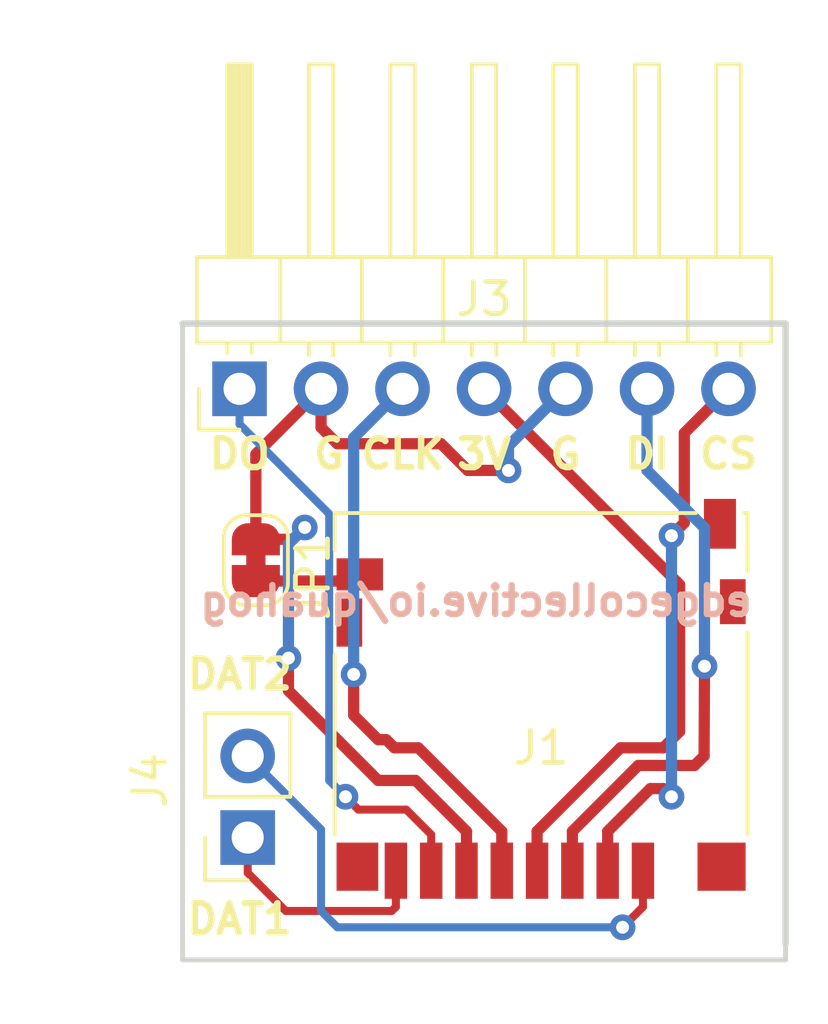
<source format=kicad_pcb>
(kicad_pcb (version 20171130) (host pcbnew 5.0.2-bee76a0~70~ubuntu18.04.1)

  (general
    (thickness 1.6)
    (drawings 16)
    (tracks 84)
    (zones 0)
    (modules 4)
    (nets 10)
  )

  (page A4)
  (layers
    (0 F.Cu signal)
    (31 B.Cu signal)
    (32 B.Adhes user)
    (33 F.Adhes user)
    (34 B.Paste user)
    (35 F.Paste user)
    (36 B.SilkS user)
    (37 F.SilkS user)
    (38 B.Mask user)
    (39 F.Mask user)
    (40 Dwgs.User user)
    (41 Cmts.User user)
    (42 Eco1.User user)
    (43 Eco2.User user)
    (44 Edge.Cuts user)
    (45 Margin user)
    (46 B.CrtYd user)
    (47 F.CrtYd user)
    (48 B.Fab user)
    (49 F.Fab user)
  )

  (setup
    (last_trace_width 0.35)
    (user_trace_width 0.35)
    (trace_clearance 0.2)
    (zone_clearance 0.508)
    (zone_45_only no)
    (trace_min 0.2)
    (segment_width 0.2)
    (edge_width 0.15)
    (via_size 0.8)
    (via_drill 0.4)
    (via_min_size 0.4)
    (via_min_drill 0.3)
    (uvia_size 0.3)
    (uvia_drill 0.1)
    (uvias_allowed no)
    (uvia_min_size 0.2)
    (uvia_min_drill 0.1)
    (pcb_text_width 0.3)
    (pcb_text_size 1.5 1.5)
    (mod_edge_width 0.15)
    (mod_text_size 1 1)
    (mod_text_width 0.15)
    (pad_size 1.524 1.524)
    (pad_drill 0.762)
    (pad_to_mask_clearance 0.051)
    (solder_mask_min_width 0.25)
    (aux_axis_origin 0 0)
    (visible_elements FFFFFF7F)
    (pcbplotparams
      (layerselection 0x010fc_ffffffff)
      (usegerberextensions false)
      (usegerberattributes false)
      (usegerberadvancedattributes false)
      (creategerberjobfile false)
      (excludeedgelayer true)
      (linewidth 0.100000)
      (plotframeref false)
      (viasonmask false)
      (mode 1)
      (useauxorigin false)
      (hpglpennumber 1)
      (hpglpenspeed 20)
      (hpglpendiameter 15.000000)
      (psnegative false)
      (psa4output false)
      (plotreference true)
      (plotvalue true)
      (plotinvisibletext false)
      (padsonsilk false)
      (subtractmaskfromsilk false)
      (outputformat 1)
      (mirror false)
      (drillshape 1)
      (scaleselection 1)
      (outputdirectory ""))
  )

  (net 0 "")
  (net 1 "Net-(J1-Pad8)")
  (net 2 "Net-(J1-Pad9)")
  (net 3 "Net-(J1-Pad7)")
  (net 4 GND)
  (net 5 "Net-(J1-Pad5)")
  (net 6 "Net-(J1-Pad3)")
  (net 7 "Net-(J1-Pad2)")
  (net 8 "Net-(J1-Pad1)")
  (net 9 +3V3)

  (net_class Default "This is the default net class."
    (clearance 0.2)
    (trace_width 0.25)
    (via_dia 0.8)
    (via_drill 0.4)
    (uvia_dia 0.3)
    (uvia_drill 0.1)
    (add_net +3V3)
    (add_net GND)
    (add_net "Net-(J1-Pad1)")
    (add_net "Net-(J1-Pad2)")
    (add_net "Net-(J1-Pad3)")
    (add_net "Net-(J1-Pad5)")
    (add_net "Net-(J1-Pad7)")
    (add_net "Net-(J1-Pad8)")
    (add_net "Net-(J1-Pad9)")
  )

  (module Connector_PinHeader_2.54mm:PinHeader_1x07_P2.54mm_Horizontal (layer F.Cu) (tedit 59FED5CB) (tstamp 5CF4E539)
    (at 136.144 59.69 90)
    (descr "Through hole angled pin header, 1x07, 2.54mm pitch, 6mm pin length, single row")
    (tags "Through hole angled pin header THT 1x07 2.54mm single row")
    (path /5CE81C5D)
    (fp_text reference J3 (at 2.794 7.62) (layer F.SilkS)
      (effects (font (size 1 1) (thickness 0.15)))
    )
    (fp_text value Conn_01x07_Female (at 4.385 17.51 90) (layer F.Fab)
      (effects (font (size 1 1) (thickness 0.15)))
    )
    (fp_line (start 2.135 -1.27) (end 4.04 -1.27) (layer F.Fab) (width 0.1))
    (fp_line (start 4.04 -1.27) (end 4.04 16.51) (layer F.Fab) (width 0.1))
    (fp_line (start 4.04 16.51) (end 1.5 16.51) (layer F.Fab) (width 0.1))
    (fp_line (start 1.5 16.51) (end 1.5 -0.635) (layer F.Fab) (width 0.1))
    (fp_line (start 1.5 -0.635) (end 2.135 -1.27) (layer F.Fab) (width 0.1))
    (fp_line (start -0.32 -0.32) (end 1.5 -0.32) (layer F.Fab) (width 0.1))
    (fp_line (start -0.32 -0.32) (end -0.32 0.32) (layer F.Fab) (width 0.1))
    (fp_line (start -0.32 0.32) (end 1.5 0.32) (layer F.Fab) (width 0.1))
    (fp_line (start 4.04 -0.32) (end 10.04 -0.32) (layer F.Fab) (width 0.1))
    (fp_line (start 10.04 -0.32) (end 10.04 0.32) (layer F.Fab) (width 0.1))
    (fp_line (start 4.04 0.32) (end 10.04 0.32) (layer F.Fab) (width 0.1))
    (fp_line (start -0.32 2.22) (end 1.5 2.22) (layer F.Fab) (width 0.1))
    (fp_line (start -0.32 2.22) (end -0.32 2.86) (layer F.Fab) (width 0.1))
    (fp_line (start -0.32 2.86) (end 1.5 2.86) (layer F.Fab) (width 0.1))
    (fp_line (start 4.04 2.22) (end 10.04 2.22) (layer F.Fab) (width 0.1))
    (fp_line (start 10.04 2.22) (end 10.04 2.86) (layer F.Fab) (width 0.1))
    (fp_line (start 4.04 2.86) (end 10.04 2.86) (layer F.Fab) (width 0.1))
    (fp_line (start -0.32 4.76) (end 1.5 4.76) (layer F.Fab) (width 0.1))
    (fp_line (start -0.32 4.76) (end -0.32 5.4) (layer F.Fab) (width 0.1))
    (fp_line (start -0.32 5.4) (end 1.5 5.4) (layer F.Fab) (width 0.1))
    (fp_line (start 4.04 4.76) (end 10.04 4.76) (layer F.Fab) (width 0.1))
    (fp_line (start 10.04 4.76) (end 10.04 5.4) (layer F.Fab) (width 0.1))
    (fp_line (start 4.04 5.4) (end 10.04 5.4) (layer F.Fab) (width 0.1))
    (fp_line (start -0.32 7.3) (end 1.5 7.3) (layer F.Fab) (width 0.1))
    (fp_line (start -0.32 7.3) (end -0.32 7.94) (layer F.Fab) (width 0.1))
    (fp_line (start -0.32 7.94) (end 1.5 7.94) (layer F.Fab) (width 0.1))
    (fp_line (start 4.04 7.3) (end 10.04 7.3) (layer F.Fab) (width 0.1))
    (fp_line (start 10.04 7.3) (end 10.04 7.94) (layer F.Fab) (width 0.1))
    (fp_line (start 4.04 7.94) (end 10.04 7.94) (layer F.Fab) (width 0.1))
    (fp_line (start -0.32 9.84) (end 1.5 9.84) (layer F.Fab) (width 0.1))
    (fp_line (start -0.32 9.84) (end -0.32 10.48) (layer F.Fab) (width 0.1))
    (fp_line (start -0.32 10.48) (end 1.5 10.48) (layer F.Fab) (width 0.1))
    (fp_line (start 4.04 9.84) (end 10.04 9.84) (layer F.Fab) (width 0.1))
    (fp_line (start 10.04 9.84) (end 10.04 10.48) (layer F.Fab) (width 0.1))
    (fp_line (start 4.04 10.48) (end 10.04 10.48) (layer F.Fab) (width 0.1))
    (fp_line (start -0.32 12.38) (end 1.5 12.38) (layer F.Fab) (width 0.1))
    (fp_line (start -0.32 12.38) (end -0.32 13.02) (layer F.Fab) (width 0.1))
    (fp_line (start -0.32 13.02) (end 1.5 13.02) (layer F.Fab) (width 0.1))
    (fp_line (start 4.04 12.38) (end 10.04 12.38) (layer F.Fab) (width 0.1))
    (fp_line (start 10.04 12.38) (end 10.04 13.02) (layer F.Fab) (width 0.1))
    (fp_line (start 4.04 13.02) (end 10.04 13.02) (layer F.Fab) (width 0.1))
    (fp_line (start -0.32 14.92) (end 1.5 14.92) (layer F.Fab) (width 0.1))
    (fp_line (start -0.32 14.92) (end -0.32 15.56) (layer F.Fab) (width 0.1))
    (fp_line (start -0.32 15.56) (end 1.5 15.56) (layer F.Fab) (width 0.1))
    (fp_line (start 4.04 14.92) (end 10.04 14.92) (layer F.Fab) (width 0.1))
    (fp_line (start 10.04 14.92) (end 10.04 15.56) (layer F.Fab) (width 0.1))
    (fp_line (start 4.04 15.56) (end 10.04 15.56) (layer F.Fab) (width 0.1))
    (fp_line (start 1.44 -1.33) (end 1.44 16.57) (layer F.SilkS) (width 0.12))
    (fp_line (start 1.44 16.57) (end 4.1 16.57) (layer F.SilkS) (width 0.12))
    (fp_line (start 4.1 16.57) (end 4.1 -1.33) (layer F.SilkS) (width 0.12))
    (fp_line (start 4.1 -1.33) (end 1.44 -1.33) (layer F.SilkS) (width 0.12))
    (fp_line (start 4.1 -0.38) (end 10.1 -0.38) (layer F.SilkS) (width 0.12))
    (fp_line (start 10.1 -0.38) (end 10.1 0.38) (layer F.SilkS) (width 0.12))
    (fp_line (start 10.1 0.38) (end 4.1 0.38) (layer F.SilkS) (width 0.12))
    (fp_line (start 4.1 -0.32) (end 10.1 -0.32) (layer F.SilkS) (width 0.12))
    (fp_line (start 4.1 -0.2) (end 10.1 -0.2) (layer F.SilkS) (width 0.12))
    (fp_line (start 4.1 -0.08) (end 10.1 -0.08) (layer F.SilkS) (width 0.12))
    (fp_line (start 4.1 0.04) (end 10.1 0.04) (layer F.SilkS) (width 0.12))
    (fp_line (start 4.1 0.16) (end 10.1 0.16) (layer F.SilkS) (width 0.12))
    (fp_line (start 4.1 0.28) (end 10.1 0.28) (layer F.SilkS) (width 0.12))
    (fp_line (start 1.11 -0.38) (end 1.44 -0.38) (layer F.SilkS) (width 0.12))
    (fp_line (start 1.11 0.38) (end 1.44 0.38) (layer F.SilkS) (width 0.12))
    (fp_line (start 1.44 1.27) (end 4.1 1.27) (layer F.SilkS) (width 0.12))
    (fp_line (start 4.1 2.16) (end 10.1 2.16) (layer F.SilkS) (width 0.12))
    (fp_line (start 10.1 2.16) (end 10.1 2.92) (layer F.SilkS) (width 0.12))
    (fp_line (start 10.1 2.92) (end 4.1 2.92) (layer F.SilkS) (width 0.12))
    (fp_line (start 1.042929 2.16) (end 1.44 2.16) (layer F.SilkS) (width 0.12))
    (fp_line (start 1.042929 2.92) (end 1.44 2.92) (layer F.SilkS) (width 0.12))
    (fp_line (start 1.44 3.81) (end 4.1 3.81) (layer F.SilkS) (width 0.12))
    (fp_line (start 4.1 4.7) (end 10.1 4.7) (layer F.SilkS) (width 0.12))
    (fp_line (start 10.1 4.7) (end 10.1 5.46) (layer F.SilkS) (width 0.12))
    (fp_line (start 10.1 5.46) (end 4.1 5.46) (layer F.SilkS) (width 0.12))
    (fp_line (start 1.042929 4.7) (end 1.44 4.7) (layer F.SilkS) (width 0.12))
    (fp_line (start 1.042929 5.46) (end 1.44 5.46) (layer F.SilkS) (width 0.12))
    (fp_line (start 1.44 6.35) (end 4.1 6.35) (layer F.SilkS) (width 0.12))
    (fp_line (start 4.1 7.24) (end 10.1 7.24) (layer F.SilkS) (width 0.12))
    (fp_line (start 10.1 7.24) (end 10.1 8) (layer F.SilkS) (width 0.12))
    (fp_line (start 10.1 8) (end 4.1 8) (layer F.SilkS) (width 0.12))
    (fp_line (start 1.042929 7.24) (end 1.44 7.24) (layer F.SilkS) (width 0.12))
    (fp_line (start 1.042929 8) (end 1.44 8) (layer F.SilkS) (width 0.12))
    (fp_line (start 1.44 8.89) (end 4.1 8.89) (layer F.SilkS) (width 0.12))
    (fp_line (start 4.1 9.78) (end 10.1 9.78) (layer F.SilkS) (width 0.12))
    (fp_line (start 10.1 9.78) (end 10.1 10.54) (layer F.SilkS) (width 0.12))
    (fp_line (start 10.1 10.54) (end 4.1 10.54) (layer F.SilkS) (width 0.12))
    (fp_line (start 1.042929 9.78) (end 1.44 9.78) (layer F.SilkS) (width 0.12))
    (fp_line (start 1.042929 10.54) (end 1.44 10.54) (layer F.SilkS) (width 0.12))
    (fp_line (start 1.44 11.43) (end 4.1 11.43) (layer F.SilkS) (width 0.12))
    (fp_line (start 4.1 12.32) (end 10.1 12.32) (layer F.SilkS) (width 0.12))
    (fp_line (start 10.1 12.32) (end 10.1 13.08) (layer F.SilkS) (width 0.12))
    (fp_line (start 10.1 13.08) (end 4.1 13.08) (layer F.SilkS) (width 0.12))
    (fp_line (start 1.042929 12.32) (end 1.44 12.32) (layer F.SilkS) (width 0.12))
    (fp_line (start 1.042929 13.08) (end 1.44 13.08) (layer F.SilkS) (width 0.12))
    (fp_line (start 1.44 13.97) (end 4.1 13.97) (layer F.SilkS) (width 0.12))
    (fp_line (start 4.1 14.86) (end 10.1 14.86) (layer F.SilkS) (width 0.12))
    (fp_line (start 10.1 14.86) (end 10.1 15.62) (layer F.SilkS) (width 0.12))
    (fp_line (start 10.1 15.62) (end 4.1 15.62) (layer F.SilkS) (width 0.12))
    (fp_line (start 1.042929 14.86) (end 1.44 14.86) (layer F.SilkS) (width 0.12))
    (fp_line (start 1.042929 15.62) (end 1.44 15.62) (layer F.SilkS) (width 0.12))
    (fp_line (start -1.27 0) (end -1.27 -1.27) (layer F.SilkS) (width 0.12))
    (fp_line (start -1.27 -1.27) (end 0 -1.27) (layer F.SilkS) (width 0.12))
    (fp_line (start -1.8 -1.8) (end -1.8 17.05) (layer F.CrtYd) (width 0.05))
    (fp_line (start -1.8 17.05) (end 10.55 17.05) (layer F.CrtYd) (width 0.05))
    (fp_line (start 10.55 17.05) (end 10.55 -1.8) (layer F.CrtYd) (width 0.05))
    (fp_line (start 10.55 -1.8) (end -1.8 -1.8) (layer F.CrtYd) (width 0.05))
    (fp_text user %R (at 2.77 7.62 180) (layer F.Fab)
      (effects (font (size 1 1) (thickness 0.15)))
    )
    (pad 1 thru_hole rect (at 0 0 90) (size 1.7 1.7) (drill 1) (layers *.Cu *.Mask)
      (net 3 "Net-(J1-Pad7)"))
    (pad 2 thru_hole oval (at 0 2.54 90) (size 1.7 1.7) (drill 1) (layers *.Cu *.Mask)
      (net 4 GND))
    (pad 3 thru_hole oval (at 0 5.08 90) (size 1.7 1.7) (drill 1) (layers *.Cu *.Mask)
      (net 5 "Net-(J1-Pad5)"))
    (pad 4 thru_hole oval (at 0 7.62 90) (size 1.7 1.7) (drill 1) (layers *.Cu *.Mask)
      (net 9 +3V3))
    (pad 5 thru_hole oval (at 0 10.16 90) (size 1.7 1.7) (drill 1) (layers *.Cu *.Mask)
      (net 4 GND))
    (pad 6 thru_hole oval (at 0 12.7 90) (size 1.7 1.7) (drill 1) (layers *.Cu *.Mask)
      (net 6 "Net-(J1-Pad3)"))
    (pad 7 thru_hole oval (at 0 15.24 90) (size 1.7 1.7) (drill 1) (layers *.Cu *.Mask)
      (net 7 "Net-(J1-Pad2)"))
    (model ${KISYS3DMOD}/Connector_PinHeader_2.54mm.3dshapes/PinHeader_1x07_P2.54mm_Horizontal.wrl
      (at (xyz 0 0 0))
      (scale (xyz 1 1 1))
      (rotate (xyz 0 0 0))
    )
  )

  (module Connector_Card:microSD_HC_Hirose_DM3D-SF (layer F.Cu) (tedit 5B82D16A) (tstamp 5CF50562)
    (at 145.542 69.342)
    (descr "Micro SD, SMD, right-angle, push-pull (https://media.digikey.com/PDF/Data%20Sheets/Hirose%20PDFs/DM3D-SF.pdf)")
    (tags "Micro SD")
    (path /5CE81826)
    (attr smd)
    (fp_text reference J1 (at 0 1.524 180) (layer F.SilkS)
      (effects (font (size 1 1) (thickness 0.15)))
    )
    (fp_text value Micro_SD_Card (at -0.025 6.975) (layer F.Fab)
      (effects (font (size 1 1) (thickness 0.15)))
    )
    (fp_text user KEEPOUT (at -0.275 -0.525) (layer Cmts.User)
      (effects (font (size 1 1) (thickness 0.1)))
    )
    (fp_text user %R (at -0.025 1.475) (layer F.Fab)
      (effects (font (size 1 1) (thickness 0.1)))
    )
    (fp_text user KEEPOUT (at -0.725 -4.8) (layer Cmts.User)
      (effects (font (size 0.4 0.4) (thickness 0.06)))
    )
    (fp_line (start 6.435 -2.075) (end 6.435 4.225) (layer F.SilkS) (width 0.12))
    (fp_line (start -6.435 -1.375) (end -6.435 4.225) (layer F.SilkS) (width 0.12))
    (fp_line (start 6.435 -5.785) (end 6.435 -3.975) (layer F.SilkS) (width 0.12))
    (fp_line (start -6.435 -5.785) (end 4.825 -5.785) (layer F.SilkS) (width 0.12))
    (fp_line (start -6.435 -4.625) (end -6.435 -5.785) (layer F.SilkS) (width 0.12))
    (fp_line (start 5.475 9.575) (end 5.475 5.725) (layer F.Fab) (width 0.1))
    (fp_line (start -5.025 10.075) (end 4.975 10.075) (layer F.Fab) (width 0.1))
    (fp_line (start -5.525 5.725) (end -5.525 9.575) (layer F.Fab) (width 0.1))
    (fp_line (start 5.475 5.725) (end 6.375 5.725) (layer F.Fab) (width 0.1))
    (fp_line (start 5.225 5.475) (end 5.225 4.425) (layer F.Fab) (width 0.1))
    (fp_line (start -5.275 5.475) (end -5.275 4.425) (layer F.Fab) (width 0.1))
    (fp_line (start -6.375 5.725) (end -5.525 5.725) (layer F.Fab) (width 0.1))
    (fp_line (start -4.775 3.925) (end 4.725 3.925) (layer F.Fab) (width 0.1))
    (fp_line (start -5.525 -5.725) (end -5.525 -6.975) (layer F.Fab) (width 0.1))
    (fp_line (start 4.175 -5.725) (end 4.175 -6.975) (layer F.Fab) (width 0.1))
    (fp_line (start -5.525 -6.975) (end 4.175 -6.975) (layer F.Fab) (width 0.1))
    (fp_line (start -0.025 -3.875) (end 0.475 -5.725) (layer Dwgs.User) (width 0.1))
    (fp_line (start -0.025 -5.725) (end -0.525 -3.875) (layer Dwgs.User) (width 0.1))
    (fp_line (start -1.025 -3.875) (end -0.525 -5.725) (layer Dwgs.User) (width 0.1))
    (fp_line (start -1.025 -5.725) (end -1.525 -3.875) (layer Dwgs.User) (width 0.1))
    (fp_line (start -1.925 -3.875) (end -1.525 -5.725) (layer Dwgs.User) (width 0.1))
    (fp_line (start 0.525 -3.875) (end 0.525 -5.725) (layer Dwgs.User) (width 0.1))
    (fp_line (start -1.975 -5.725) (end -1.975 -3.875) (layer Dwgs.User) (width 0.1))
    (fp_line (start -6.375 -5.725) (end 6.375 -5.725) (layer F.Fab) (width 0.1))
    (fp_line (start -3.225 -1.525) (end -2.725 -1.525) (layer Dwgs.User) (width 0.1))
    (fp_line (start -3.925 0.475) (end -3.225 -1.525) (layer Dwgs.User) (width 0.1))
    (fp_line (start -4.225 -1.525) (end -3.725 -1.525) (layer Dwgs.User) (width 0.1))
    (fp_line (start -4.925 0.475) (end -4.225 -1.525) (layer Dwgs.User) (width 0.1))
    (fp_line (start -4.925 -1.525) (end -4.925 0.475) (layer Dwgs.User) (width 0.1))
    (fp_line (start -6.92 6.28) (end -6.92 -6.72) (layer F.CrtYd) (width 0.05))
    (fp_line (start 6.88 6.28) (end -6.92 6.28) (layer F.CrtYd) (width 0.05))
    (fp_line (start 6.88 -6.72) (end 6.88 6.28) (layer F.CrtYd) (width 0.05))
    (fp_line (start -6.92 -6.72) (end 6.88 -6.72) (layer F.CrtYd) (width 0.05))
    (fp_line (start -4.925 -1.525) (end 3.575 -1.525) (layer Dwgs.User) (width 0.1))
    (fp_line (start 0.525 -3.875) (end -1.975 -3.875) (layer Dwgs.User) (width 0.1))
    (fp_line (start -4.925 0.475) (end 3.575 0.475) (layer Dwgs.User) (width 0.1))
    (fp_line (start -6.375 5.725) (end -6.375 -5.725) (layer F.Fab) (width 0.1))
    (fp_line (start -4.425 0.475) (end -3.725 -1.525) (layer Dwgs.User) (width 0.1))
    (fp_line (start -3.425 0.475) (end -2.725 -1.525) (layer Dwgs.User) (width 0.1))
    (fp_line (start -2.925 0.475) (end -2.225 -1.525) (layer Dwgs.User) (width 0.1))
    (fp_line (start -2.425 0.475) (end -1.725 -1.525) (layer Dwgs.User) (width 0.1))
    (fp_line (start -1.925 0.475) (end -1.225 -1.525) (layer Dwgs.User) (width 0.1))
    (fp_line (start -1.425 0.475) (end -0.725 -1.525) (layer Dwgs.User) (width 0.1))
    (fp_line (start -0.925 0.475) (end -0.225 -1.525) (layer Dwgs.User) (width 0.1))
    (fp_line (start -0.425 0.475) (end 0.275 -1.525) (layer Dwgs.User) (width 0.1))
    (fp_line (start 0.075 0.475) (end 0.775 -1.525) (layer Dwgs.User) (width 0.1))
    (fp_line (start 0.575 0.475) (end 1.275 -1.525) (layer Dwgs.User) (width 0.1))
    (fp_line (start 1.075 0.475) (end 1.775 -1.525) (layer Dwgs.User) (width 0.1))
    (fp_line (start 1.575 0.475) (end 2.275 -1.525) (layer Dwgs.User) (width 0.1))
    (fp_line (start 2.075 0.475) (end 2.775 -1.525) (layer Dwgs.User) (width 0.1))
    (fp_line (start 2.575 0.475) (end 3.275 -1.525) (layer Dwgs.User) (width 0.1))
    (fp_line (start 3.075 0.475) (end 3.575 -0.975) (layer Dwgs.User) (width 0.1))
    (fp_line (start 3.575 0.475) (end 3.575 -1.525) (layer Dwgs.User) (width 0.1))
    (fp_line (start 6.375 5.725) (end 6.375 -5.725) (layer F.Fab) (width 0.1))
    (fp_line (start 0.525 -5.725) (end -1.975 -5.725) (layer Dwgs.User) (width 0.1))
    (fp_line (start 6.325 -5.785) (end 6.435 -5.785) (layer F.SilkS) (width 0.12))
    (fp_arc (start 4.975 9.575) (end 5.475 9.575) (angle 90) (layer F.Fab) (width 0.1))
    (fp_arc (start -5.025 9.575) (end -5.025 10.075) (angle 90) (layer F.Fab) (width 0.1))
    (fp_arc (start -4.775 4.425) (end -5.275 4.425) (angle 90) (layer F.Fab) (width 0.1))
    (fp_arc (start -5.525 5.475) (end -5.275 5.475) (angle 90) (layer F.Fab) (width 0.1))
    (fp_arc (start 4.725 4.425) (end 4.725 3.925) (angle 90) (layer F.Fab) (width 0.1))
    (fp_arc (start 5.475 5.475) (end 5.475 5.725) (angle 90) (layer F.Fab) (width 0.1))
    (pad 8 smd rect (at -4.525 5.35) (size 0.7 1.75) (layers F.Cu F.Paste F.Mask)
      (net 1 "Net-(J1-Pad8)"))
    (pad 11 smd rect (at -5.725 5.225) (size 1.3 1.5) (layers F.Cu F.Paste F.Mask))
    (pad 11 smd rect (at -5.975 -2.375) (size 0.8 1.5) (layers F.Cu F.Paste F.Mask))
    (pad 9 smd rect (at -5.65 -3.875) (size 1.45 1) (layers F.Cu F.Paste F.Mask)
      (net 2 "Net-(J1-Pad9)"))
    (pad 11 smd rect (at 5.975 -3.025) (size 0.8 1.4) (layers F.Cu F.Paste F.Mask))
    (pad 7 smd rect (at -3.425 5.35) (size 0.7 1.75) (layers F.Cu F.Paste F.Mask)
      (net 3 "Net-(J1-Pad7)"))
    (pad 6 smd rect (at -2.325 5.35) (size 0.7 1.75) (layers F.Cu F.Paste F.Mask)
      (net 4 GND))
    (pad 5 smd rect (at -1.225 5.35) (size 0.7 1.75) (layers F.Cu F.Paste F.Mask)
      (net 5 "Net-(J1-Pad5)"))
    (pad 4 smd rect (at -0.125 5.35) (size 0.7 1.75) (layers F.Cu F.Paste F.Mask)
      (net 9 +3V3))
    (pad 3 smd rect (at 0.975 5.35) (size 0.7 1.75) (layers F.Cu F.Paste F.Mask)
      (net 6 "Net-(J1-Pad3)"))
    (pad 2 smd rect (at 2.075 5.35) (size 0.7 1.75) (layers F.Cu F.Paste F.Mask)
      (net 7 "Net-(J1-Pad2)"))
    (pad 1 smd rect (at 3.175 5.35) (size 0.7 1.75) (layers F.Cu F.Paste F.Mask)
      (net 8 "Net-(J1-Pad1)"))
    (pad 11 smd rect (at 5.625 5.225) (size 1.5 1.5) (layers F.Cu F.Paste F.Mask))
    (pad 10 smd rect (at 5.575 -5.45) (size 1 1.55) (layers F.Cu F.Paste F.Mask))
    (model ${KISYS3DMOD}/Connector_Card.3dshapes/microSD_HC_Hirose_DM3D-SF.wrl
      (at (xyz 0 0 0))
      (scale (xyz 1 1 1))
      (rotate (xyz 0 0 0))
    )
  )

  (module Connector_PinSocket_2.54mm:PinSocket_1x02_P2.54mm_Vertical (layer F.Cu) (tedit 5A19A420) (tstamp 5CF4EECA)
    (at 136.398 73.66 180)
    (descr "Through hole straight socket strip, 1x02, 2.54mm pitch, single row (from Kicad 4.0.7), script generated")
    (tags "Through hole socket strip THT 1x02 2.54mm single row")
    (path /5CE8204F)
    (fp_text reference J4 (at 3.048 1.778 270) (layer F.SilkS)
      (effects (font (size 1 1) (thickness 0.15)))
    )
    (fp_text value Conn_01x02_Female (at 0 5.31 180) (layer F.Fab)
      (effects (font (size 1 1) (thickness 0.15)))
    )
    (fp_line (start -1.27 -1.27) (end 0.635 -1.27) (layer F.Fab) (width 0.1))
    (fp_line (start 0.635 -1.27) (end 1.27 -0.635) (layer F.Fab) (width 0.1))
    (fp_line (start 1.27 -0.635) (end 1.27 3.81) (layer F.Fab) (width 0.1))
    (fp_line (start 1.27 3.81) (end -1.27 3.81) (layer F.Fab) (width 0.1))
    (fp_line (start -1.27 3.81) (end -1.27 -1.27) (layer F.Fab) (width 0.1))
    (fp_line (start -1.33 1.27) (end 1.33 1.27) (layer F.SilkS) (width 0.12))
    (fp_line (start -1.33 1.27) (end -1.33 3.87) (layer F.SilkS) (width 0.12))
    (fp_line (start -1.33 3.87) (end 1.33 3.87) (layer F.SilkS) (width 0.12))
    (fp_line (start 1.33 1.27) (end 1.33 3.87) (layer F.SilkS) (width 0.12))
    (fp_line (start 1.33 -1.33) (end 1.33 0) (layer F.SilkS) (width 0.12))
    (fp_line (start 0 -1.33) (end 1.33 -1.33) (layer F.SilkS) (width 0.12))
    (fp_line (start -1.8 -1.8) (end 1.75 -1.8) (layer F.CrtYd) (width 0.05))
    (fp_line (start 1.75 -1.8) (end 1.75 4.3) (layer F.CrtYd) (width 0.05))
    (fp_line (start 1.75 4.3) (end -1.8 4.3) (layer F.CrtYd) (width 0.05))
    (fp_line (start -1.8 4.3) (end -1.8 -1.8) (layer F.CrtYd) (width 0.05))
    (fp_text user %R (at 0 1.27 270) (layer F.Fab)
      (effects (font (size 1 1) (thickness 0.15)))
    )
    (pad 1 thru_hole rect (at 0 0 180) (size 1.7 1.7) (drill 1) (layers *.Cu *.Mask)
      (net 1 "Net-(J1-Pad8)"))
    (pad 2 thru_hole oval (at 0 2.54 180) (size 1.7 1.7) (drill 1) (layers *.Cu *.Mask)
      (net 8 "Net-(J1-Pad1)"))
    (model ${KISYS3DMOD}/Connector_PinSocket_2.54mm.3dshapes/PinSocket_1x02_P2.54mm_Vertical.wrl
      (at (xyz 0 0 0))
      (scale (xyz 1 1 1))
      (rotate (xyz 0 0 0))
    )
  )

  (module Jumper:SolderJumper-2_P1.3mm_Bridged_RoundedPad1.0x1.5mm (layer F.Cu) (tedit 5B391ABA) (tstamp 5CF4EFB8)
    (at 136.652 65.024 90)
    (descr "SMD Solder Jumper, 1x1.5mm, rounded Pads, 0.3mm gap, bridged with 1 copper strip")
    (tags "solder jumper open")
    (path /5CE82459)
    (attr virtual)
    (fp_text reference JP1 (at -0.508 1.778 90) (layer F.SilkS)
      (effects (font (size 1 1) (thickness 0.15)))
    )
    (fp_text value SolderJumper_2_Bridged (at 0 1.9 90) (layer F.Fab)
      (effects (font (size 1 1) (thickness 0.15)))
    )
    (fp_arc (start 0.7 -0.3) (end 1.4 -0.3) (angle -90) (layer F.SilkS) (width 0.12))
    (fp_arc (start 0.7 0.3) (end 0.7 1) (angle -90) (layer F.SilkS) (width 0.12))
    (fp_arc (start -0.7 0.3) (end -1.4 0.3) (angle -90) (layer F.SilkS) (width 0.12))
    (fp_arc (start -0.7 -0.3) (end -0.7 -1) (angle -90) (layer F.SilkS) (width 0.12))
    (fp_line (start -1.4 0.3) (end -1.4 -0.3) (layer F.SilkS) (width 0.12))
    (fp_line (start 0.7 1) (end -0.7 1) (layer F.SilkS) (width 0.12))
    (fp_line (start 1.4 -0.3) (end 1.4 0.3) (layer F.SilkS) (width 0.12))
    (fp_line (start -0.7 -1) (end 0.7 -1) (layer F.SilkS) (width 0.12))
    (fp_line (start -1.65 -1.25) (end 1.65 -1.25) (layer F.CrtYd) (width 0.05))
    (fp_line (start -1.65 -1.25) (end -1.65 1.25) (layer F.CrtYd) (width 0.05))
    (fp_line (start 1.65 1.25) (end 1.65 -1.25) (layer F.CrtYd) (width 0.05))
    (fp_line (start 1.65 1.25) (end -1.65 1.25) (layer F.CrtYd) (width 0.05))
    (pad 1 smd custom (at -0.65 0 90) (size 1 0.5) (layers F.Cu F.Mask)
      (net 2 "Net-(J1-Pad9)") (zone_connect 0)
      (options (clearance outline) (anchor rect))
      (primitives
        (gr_circle (center 0 0.25) (end 0.5 0.25) (width 0))
        (gr_circle (center 0 -0.25) (end 0.5 -0.25) (width 0))
        (gr_poly (pts
           (xy 0 -0.75) (xy 0.5 -0.75) (xy 0.5 0.75) (xy 0 0.75)) (width 0))
        (gr_poly (pts
           (xy 0.9 -0.3) (xy 0.4 -0.3) (xy 0.4 0.3) (xy 0.9 0.3)) (width 0))
      ))
    (pad 2 smd custom (at 0.65 0 90) (size 1 0.5) (layers F.Cu F.Mask)
      (net 4 GND) (zone_connect 0)
      (options (clearance outline) (anchor rect))
      (primitives
        (gr_circle (center 0 0.25) (end 0.5 0.25) (width 0))
        (gr_circle (center 0 -0.25) (end 0.5 -0.25) (width 0))
        (gr_poly (pts
           (xy 0 -0.75) (xy -0.5 -0.75) (xy -0.5 0.75) (xy 0 0.75)) (width 0))
      ))
  )

  (gr_text edgecollective.io/quahog (at 143.51 66.294) (layer B.SilkS) (tstamp 5CF51016)
    (effects (font (size 0.9 0.9) (thickness 0.2)) (justify mirror))
  )
  (gr_text DAT1 (at 136.144 76.2) (layer F.SilkS) (tstamp 5CF50B4A)
    (effects (font (size 0.9 0.9) (thickness 0.2)))
  )
  (gr_text DAT2 (at 136.144 68.58) (layer F.SilkS) (tstamp 5CF50AF1)
    (effects (font (size 0.9 0.9) (thickness 0.2)))
  )
  (gr_text DO (at 136.144 61.722) (layer F.SilkS) (tstamp 5CF50ACD)
    (effects (font (size 0.9 0.9) (thickness 0.2)))
  )
  (gr_text CS (at 151.384 61.722) (layer F.SilkS) (tstamp 5CF50A19)
    (effects (font (size 0.9 0.9) (thickness 0.2)))
  )
  (gr_text DI (at 148.844 61.722) (layer F.SilkS) (tstamp 5CF509BA)
    (effects (font (size 0.9 0.9) (thickness 0.2)))
  )
  (gr_text "G\n" (at 138.938 61.722) (layer F.SilkS) (tstamp 5CF50990)
    (effects (font (size 0.9 0.9) (thickness 0.2)))
  )
  (gr_text "CLK\n" (at 141.224 61.722) (layer F.SilkS) (tstamp 5CF50971)
    (effects (font (size 0.9 0.9) (thickness 0.2)))
  )
  (gr_text 3V (at 143.764 61.722) (layer F.SilkS) (tstamp 5CF50952)
    (effects (font (size 0.9 0.9) (thickness 0.2)))
  )
  (gr_text G (at 146.304 61.722) (layer F.SilkS) (tstamp 5CF50851)
    (effects (font (size 0.9 0.9) (thickness 0.2)))
  )
  (gr_line (start 153.162 76.962) (end 153.162 77.47) (layer Edge.Cuts) (width 0.15))
  (gr_line (start 134.874 77.47) (end 153.162 77.47) (layer Edge.Cuts) (width 0.15))
  (gr_line (start 134.366 77.47) (end 134.874 77.47) (layer Edge.Cuts) (width 0.15))
  (gr_line (start 134.366 57.658) (end 134.366 77.47) (layer Edge.Cuts) (width 0.15))
  (gr_line (start 153.162 57.658) (end 153.162 76.962) (layer Edge.Cuts) (width 0.2))
  (gr_line (start 134.366 57.658) (end 153.162 57.658) (layer Edge.Cuts) (width 0.2))

  (segment (start 141.017 75.817) (end 140.97 75.864) (width 0.25) (layer F.Cu) (net 1))
  (segment (start 141.017 74.692) (end 141.017 75.817) (width 0.25) (layer F.Cu) (net 1) (status 10))
  (segment (start 141.017 75.817) (end 140.888 75.946) (width 0.25) (layer F.Cu) (net 1))
  (segment (start 136.398 74.76) (end 136.398 73.66) (width 0.25) (layer F.Cu) (net 1))
  (segment (start 137.584 75.946) (end 136.398 74.76) (width 0.25) (layer F.Cu) (net 1))
  (segment (start 140.888 75.946) (end 137.584 75.946) (width 0.25) (layer F.Cu) (net 1))
  (segment (start 139.685 65.674) (end 139.892 65.467) (width 0.35) (layer F.Cu) (net 2))
  (segment (start 136.652 65.674) (end 139.685 65.674) (width 0.35) (layer F.Cu) (net 2))
  (segment (start 136.144 60.79) (end 138.938 63.584) (width 0.25) (layer B.Cu) (net 3))
  (segment (start 136.144 59.69) (end 136.144 60.79) (width 0.25) (layer B.Cu) (net 3))
  (via (at 139.446 72.39) (size 0.8) (drill 0.4) (layers F.Cu B.Cu) (net 3))
  (segment (start 138.938 63.584) (end 138.938 71.882) (width 0.25) (layer B.Cu) (net 3))
  (segment (start 138.938 71.882) (end 139.446 72.39) (width 0.25) (layer B.Cu) (net 3))
  (segment (start 142.117 73.567) (end 142.117 74.692) (width 0.25) (layer F.Cu) (net 3))
  (segment (start 141.339999 72.789999) (end 142.117 73.567) (width 0.25) (layer F.Cu) (net 3))
  (segment (start 139.845999 72.789999) (end 141.339999 72.789999) (width 0.25) (layer F.Cu) (net 3))
  (segment (start 139.446 72.39) (end 139.845999 72.789999) (width 0.25) (layer F.Cu) (net 3))
  (segment (start 143.217 73.467) (end 141.632 71.882) (width 0.35) (layer F.Cu) (net 4))
  (segment (start 143.217 74.692) (end 143.217 73.467) (width 0.35) (layer F.Cu) (net 4))
  (segment (start 141.632 71.882) (end 140.462 71.882) (width 0.35) (layer F.Cu) (net 4))
  (segment (start 136.652 61.722) (end 138.684 59.69) (width 0.35) (layer F.Cu) (net 4))
  (segment (start 136.652 64.374) (end 136.652 61.722) (width 0.35) (layer F.Cu) (net 4))
  (segment (start 138.684 60.892081) (end 139.192 61.400081) (width 0.35) (layer F.Cu) (net 4))
  (segment (start 138.684 59.69) (end 138.684 60.892081) (width 0.35) (layer F.Cu) (net 4))
  (segment (start 139.192 61.400081) (end 142.426081 61.400081) (width 0.35) (layer F.Cu) (net 4))
  (segment (start 142.426081 61.400081) (end 143.256 62.23) (width 0.35) (layer F.Cu) (net 4))
  (via (at 144.526 62.23) (size 0.8) (drill 0.4) (layers F.Cu B.Cu) (net 4))
  (segment (start 143.256 62.23) (end 144.526 62.23) (width 0.35) (layer F.Cu) (net 4))
  (segment (start 144.526 61.468) (end 146.304 59.69) (width 0.35) (layer B.Cu) (net 4))
  (segment (start 144.526 62.23) (end 144.526 61.468) (width 0.35) (layer B.Cu) (net 4))
  (via (at 138.176 64.008) (size 0.8) (drill 0.4) (layers F.Cu B.Cu) (net 4))
  (segment (start 136.652 64.374) (end 137.81 64.374) (width 0.35) (layer F.Cu) (net 4))
  (segment (start 137.81 64.374) (end 138.176 64.008) (width 0.35) (layer F.Cu) (net 4))
  (via (at 137.668 68.072) (size 0.8) (drill 0.4) (layers F.Cu B.Cu) (net 4))
  (segment (start 138.176 64.008) (end 137.668 64.516) (width 0.35) (layer B.Cu) (net 4))
  (segment (start 137.668 64.516) (end 137.668 68.072) (width 0.35) (layer B.Cu) (net 4))
  (segment (start 137.668 68.637685) (end 137.668 69.088) (width 0.35) (layer F.Cu) (net 4))
  (segment (start 137.668 68.072) (end 137.668 68.637685) (width 0.35) (layer F.Cu) (net 4))
  (segment (start 140.462 71.882) (end 137.668 69.088) (width 0.35) (layer F.Cu) (net 4))
  (segment (start 144.317 73.467) (end 141.716 70.866) (width 0.35) (layer F.Cu) (net 5))
  (segment (start 144.317 74.692) (end 144.317 73.467) (width 0.35) (layer F.Cu) (net 5))
  (segment (start 141.716 70.866) (end 140.97 70.866) (width 0.35) (layer F.Cu) (net 5))
  (segment (start 140.97 70.866) (end 140.716 70.612) (width 0.35) (layer F.Cu) (net 5))
  (segment (start 140.716 70.612) (end 140.462 70.612) (width 0.35) (layer F.Cu) (net 5))
  (via (at 139.7 68.58) (size 0.8) (drill 0.4) (layers F.Cu B.Cu) (net 5))
  (segment (start 140.462 70.612) (end 139.7 69.85) (width 0.35) (layer F.Cu) (net 5))
  (segment (start 139.7 69.85) (end 139.7 68.58) (width 0.35) (layer F.Cu) (net 5))
  (segment (start 139.7 61.214) (end 141.224 59.69) (width 0.35) (layer B.Cu) (net 5))
  (segment (start 139.7 68.58) (end 139.7 61.214) (width 0.35) (layer B.Cu) (net 5))
  (segment (start 148.56799 71.41601) (end 150.32599 71.41601) (width 0.35) (layer F.Cu) (net 6))
  (segment (start 146.517 74.692) (end 146.517 73.467) (width 0.35) (layer F.Cu) (net 6))
  (segment (start 146.517 73.467) (end 148.56799 71.41601) (width 0.35) (layer F.Cu) (net 6))
  (segment (start 150.32599 71.41601) (end 150.622 71.12) (width 0.35) (layer F.Cu) (net 6))
  (via (at 150.635 68.326) (size 0.8) (drill 0.4) (layers F.Cu B.Cu) (net 6))
  (segment (start 150.622 68.326) (end 150.635 68.326) (width 0.35) (layer F.Cu) (net 6))
  (segment (start 150.622 71.12) (end 150.635 68.326) (width 0.35) (layer F.Cu) (net 6))
  (segment (start 150.635 68.326) (end 150.635 64.021) (width 0.35) (layer B.Cu) (net 6))
  (segment (start 148.844 62.23) (end 148.844 59.69) (width 0.35) (layer B.Cu) (net 6))
  (segment (start 150.635 64.021) (end 148.844 62.23) (width 0.35) (layer B.Cu) (net 6))
  (segment (start 147.617 73.467) (end 148.948 72.136) (width 0.35) (layer F.Cu) (net 7))
  (segment (start 147.617 74.692) (end 147.617 73.467) (width 0.35) (layer F.Cu) (net 7))
  (via (at 149.606 72.39) (size 0.8) (drill 0.4) (layers F.Cu B.Cu) (net 7))
  (segment (start 148.948 72.136) (end 149.352 72.136) (width 0.35) (layer F.Cu) (net 7))
  (segment (start 149.352 72.136) (end 149.606 72.39) (width 0.35) (layer F.Cu) (net 7))
  (via (at 149.606 64.262) (size 0.8) (drill 0.4) (layers F.Cu B.Cu) (net 7))
  (segment (start 149.606 72.39) (end 149.606 64.262) (width 0.35) (layer B.Cu) (net 7))
  (segment (start 150.534001 60.539999) (end 151.384 59.69) (width 0.35) (layer F.Cu) (net 7))
  (segment (start 150.005999 61.068001) (end 150.534001 60.539999) (width 0.35) (layer F.Cu) (net 7))
  (segment (start 150.005999 63.862001) (end 150.005999 61.068001) (width 0.35) (layer F.Cu) (net 7))
  (segment (start 149.606 64.262) (end 150.005999 63.862001) (width 0.35) (layer F.Cu) (net 7))
  (segment (start 136.398 71.12) (end 138.684 73.406) (width 0.25) (layer B.Cu) (net 8))
  (segment (start 138.684 73.406) (end 138.684 75.946) (width 0.25) (layer B.Cu) (net 8))
  (via (at 148.082 76.454) (size 0.8) (drill 0.4) (layers F.Cu B.Cu) (net 8))
  (segment (start 138.684 75.946) (end 139.192 76.454) (width 0.25) (layer B.Cu) (net 8))
  (segment (start 139.192 76.454) (end 148.082 76.454) (width 0.25) (layer B.Cu) (net 8))
  (segment (start 148.717 75.819) (end 148.717 74.692) (width 0.25) (layer F.Cu) (net 8))
  (segment (start 148.082 76.454) (end 148.717 75.819) (width 0.25) (layer F.Cu) (net 8))
  (segment (start 146.05 61.976) (end 143.764 59.69) (width 0.35) (layer F.Cu) (net 9))
  (segment (start 145.417 73.467) (end 148.018 70.866) (width 0.35) (layer F.Cu) (net 9))
  (segment (start 145.417 74.692) (end 145.417 73.467) (width 0.35) (layer F.Cu) (net 9))
  (segment (start 149.352 70.866) (end 149.86 70.358) (width 0.35) (layer F.Cu) (net 9))
  (segment (start 149.86 70.358) (end 149.86 65.786) (width 0.35) (layer F.Cu) (net 9))
  (segment (start 148.018 70.866) (end 149.352 70.866) (width 0.35) (layer F.Cu) (net 9))
  (segment (start 149.86 65.786) (end 146.05 61.976) (width 0.35) (layer F.Cu) (net 9))

)

</source>
